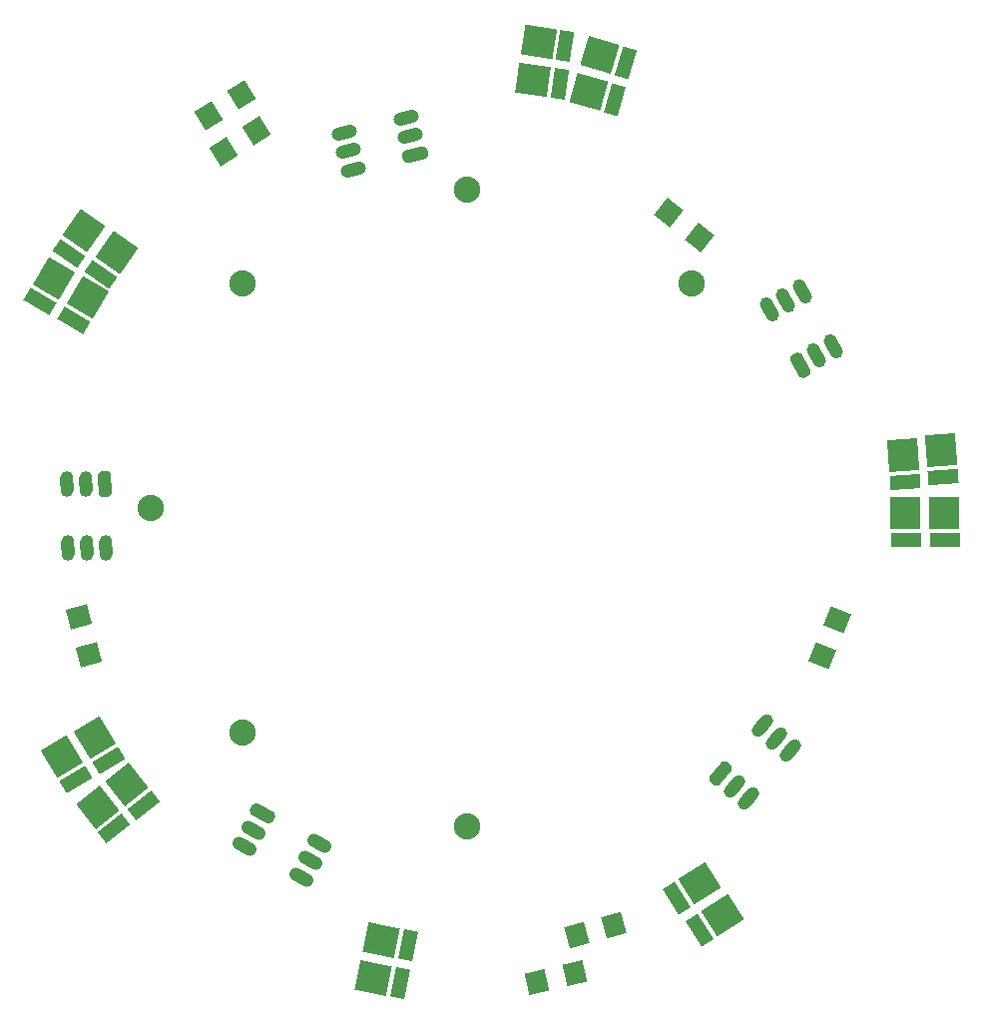
<source format=gts>
G04*
G04 #@! TF.GenerationSoftware,Altium Limited,Altium Designer,21.0.9 (235)*
G04*
G04 Layer_Color=8388736*
%FSTAX24Y24*%
%MOIN*%
G70*
G04*
G04 #@! TF.SameCoordinates,5F115E56-97AE-4741-9C3E-E3F8848F1E5A*
G04*
G04*
G04 #@! TF.FilePolarity,Negative*
G04*
G01*
G75*
G04:AMPARAMS|DCode=67|XSize=68mil|YSize=73mil|CornerRadius=0mil|HoleSize=0mil|Usage=FLASHONLY|Rotation=195.575|XOffset=0mil|YOffset=0mil|HoleType=Round|Shape=Rectangle|*
%AMROTATEDRECTD67*
4,1,4,0.0230,0.0443,0.0426,-0.0260,-0.0230,-0.0443,-0.0426,0.0260,0.0230,0.0443,0.0*
%
%ADD67ROTATEDRECTD67*%

G04:AMPARAMS|DCode=68|XSize=68mil|YSize=73mil|CornerRadius=0mil|HoleSize=0mil|Usage=FLASHONLY|Rotation=193.000|XOffset=0mil|YOffset=0mil|HoleType=Round|Shape=Rectangle|*
%AMROTATEDRECTD68*
4,1,4,0.0249,0.0432,0.0413,-0.0279,-0.0249,-0.0432,-0.0413,0.0279,0.0249,0.0432,0.0*
%
%ADD68ROTATEDRECTD68*%

G04:AMPARAMS|DCode=69|XSize=86.7mil|YSize=43.4mil|CornerRadius=0mil|HoleSize=0mil|Usage=FLASHONLY|Rotation=331.572|XOffset=0mil|YOffset=0mil|HoleType=Round|Shape=Octagon|*
%AMOCTAGOND69*
4,1,8,0.0330,-0.0302,0.0433,-0.0111,0.0389,0.0036,-0.0183,0.0346,-0.0330,0.0302,-0.0433,0.0111,-0.0389,-0.0036,0.0183,-0.0346,0.0330,-0.0302,0.0*
%
%ADD69OCTAGOND69*%

G04:AMPARAMS|DCode=70|XSize=86.7mil|YSize=43.4mil|CornerRadius=0mil|HoleSize=0mil|Usage=FLASHONLY|Rotation=331.572|XOffset=0mil|YOffset=0mil|HoleType=Round|Shape=Round|*
%AMOVALD70*
21,1,0.0433,0.0434,0.0000,0.0000,331.6*
1,1,0.0434,-0.0190,0.0103*
1,1,0.0434,0.0190,-0.0103*
%
%ADD70OVALD70*%

G04:AMPARAMS|DCode=71|XSize=106.4mil|YSize=100.5mil|CornerRadius=0mil|HoleSize=0mil|Usage=FLASHONLY|Rotation=168.500|XOffset=0mil|YOffset=0mil|HoleType=Round|Shape=Rectangle|*
%AMROTATEDRECTD71*
4,1,4,0.0622,0.0386,0.0421,-0.0599,-0.0622,-0.0386,-0.0421,0.0599,0.0622,0.0386,0.0*
%
%ADD71ROTATEDRECTD71*%

G04:AMPARAMS|DCode=72|XSize=100.5mil|YSize=47.4mil|CornerRadius=0mil|HoleSize=0mil|Usage=FLASHONLY|Rotation=78.500|XOffset=0mil|YOffset=0mil|HoleType=Round|Shape=Rectangle|*
%AMROTATEDRECTD72*
4,1,4,0.0132,-0.0540,-0.0332,-0.0445,-0.0132,0.0540,0.0332,0.0445,0.0132,-0.0540,0.0*
%
%ADD72ROTATEDRECTD72*%

G04:AMPARAMS|DCode=73|XSize=106.4mil|YSize=100.5mil|CornerRadius=0mil|HoleSize=0mil|Usage=FLASHONLY|Rotation=168.500|XOffset=0mil|YOffset=0mil|HoleType=Round|Shape=Rectangle|*
%AMROTATEDRECTD73*
4,1,4,0.0622,0.0386,0.0421,-0.0599,-0.0622,-0.0386,-0.0421,0.0599,0.0622,0.0386,0.0*
%
%ADD73ROTATEDRECTD73*%

G04:AMPARAMS|DCode=74|XSize=100.5mil|YSize=47.4mil|CornerRadius=0mil|HoleSize=0mil|Usage=FLASHONLY|Rotation=78.500|XOffset=0mil|YOffset=0mil|HoleType=Round|Shape=Rectangle|*
%AMROTATEDRECTD74*
4,1,4,0.0132,-0.0540,-0.0332,-0.0445,-0.0132,0.0540,0.0332,0.0445,0.0132,-0.0540,0.0*
%
%ADD74ROTATEDRECTD74*%

G04:AMPARAMS|DCode=75|XSize=106.4mil|YSize=100.5mil|CornerRadius=0mil|HoleSize=0mil|Usage=FLASHONLY|Rotation=55.099|XOffset=0mil|YOffset=0mil|HoleType=Round|Shape=Rectangle|*
%AMROTATEDRECTD75*
4,1,4,0.0108,-0.0724,-0.0717,-0.0149,-0.0108,0.0724,0.0717,0.0149,0.0108,-0.0724,0.0*
%
%ADD75ROTATEDRECTD75*%

G04:AMPARAMS|DCode=76|XSize=100.5mil|YSize=47.4mil|CornerRadius=0mil|HoleSize=0mil|Usage=FLASHONLY|Rotation=325.099|XOffset=0mil|YOffset=0mil|HoleType=Round|Shape=Rectangle|*
%AMROTATEDRECTD76*
4,1,4,-0.0548,0.0093,-0.0277,0.0482,0.0548,-0.0093,0.0277,-0.0482,-0.0548,0.0093,0.0*
%
%ADD76ROTATEDRECTD76*%

G04:AMPARAMS|DCode=77|XSize=106.4mil|YSize=100.5mil|CornerRadius=0mil|HoleSize=0mil|Usage=FLASHONLY|Rotation=55.139|XOffset=0mil|YOffset=0mil|HoleType=Round|Shape=Rectangle|*
%AMROTATEDRECTD77*
4,1,4,0.0108,-0.0724,-0.0717,-0.0149,-0.0108,0.0724,0.0717,0.0149,0.0108,-0.0724,0.0*
%
%ADD77ROTATEDRECTD77*%

G04:AMPARAMS|DCode=78|XSize=100.5mil|YSize=47.4mil|CornerRadius=0mil|HoleSize=0mil|Usage=FLASHONLY|Rotation=325.139|XOffset=0mil|YOffset=0mil|HoleType=Round|Shape=Rectangle|*
%AMROTATEDRECTD78*
4,1,4,-0.0548,0.0093,-0.0277,0.0482,0.0548,-0.0093,0.0277,-0.0482,-0.0548,0.0093,0.0*
%
%ADD78ROTATEDRECTD78*%

G04:AMPARAMS|DCode=79|XSize=106.4mil|YSize=100.5mil|CornerRadius=0mil|HoleSize=0mil|Usage=FLASHONLY|Rotation=171.031|XOffset=0mil|YOffset=0mil|HoleType=Round|Shape=Rectangle|*
%AMROTATEDRECTD79*
4,1,4,0.0604,0.0413,0.0447,-0.0579,-0.0604,-0.0413,-0.0447,0.0579,0.0604,0.0413,0.0*
%
%ADD79ROTATEDRECTD79*%

G04:AMPARAMS|DCode=80|XSize=100.5mil|YSize=47.4mil|CornerRadius=0mil|HoleSize=0mil|Usage=FLASHONLY|Rotation=81.031|XOffset=0mil|YOffset=0mil|HoleType=Round|Shape=Rectangle|*
%AMROTATEDRECTD80*
4,1,4,0.0156,-0.0533,-0.0312,-0.0460,-0.0156,0.0533,0.0312,0.0460,0.0156,-0.0533,0.0*
%
%ADD80ROTATEDRECTD80*%

G04:AMPARAMS|DCode=81|XSize=106.4mil|YSize=100.5mil|CornerRadius=0mil|HoleSize=0mil|Usage=FLASHONLY|Rotation=163.543|XOffset=0mil|YOffset=0mil|HoleType=Round|Shape=Rectangle|*
%AMROTATEDRECTD81*
4,1,4,0.0653,0.0331,0.0368,-0.0633,-0.0653,-0.0331,-0.0368,0.0633,0.0653,0.0331,0.0*
%
%ADD81ROTATEDRECTD81*%

G04:AMPARAMS|DCode=82|XSize=100.5mil|YSize=47.4mil|CornerRadius=0mil|HoleSize=0mil|Usage=FLASHONLY|Rotation=73.543|XOffset=0mil|YOffset=0mil|HoleType=Round|Shape=Rectangle|*
%AMROTATEDRECTD82*
4,1,4,0.0085,-0.0549,-0.0370,-0.0415,-0.0085,0.0549,0.0370,0.0415,0.0085,-0.0549,0.0*
%
%ADD82ROTATEDRECTD82*%

G04:AMPARAMS|DCode=83|XSize=106.4mil|YSize=100.5mil|CornerRadius=0mil|HoleSize=0mil|Usage=FLASHONLY|Rotation=164.469|XOffset=0mil|YOffset=0mil|HoleType=Round|Shape=Rectangle|*
%AMROTATEDRECTD83*
4,1,4,0.0647,0.0342,0.0378,-0.0627,-0.0647,-0.0342,-0.0378,0.0627,0.0647,0.0342,0.0*
%
%ADD83ROTATEDRECTD83*%

G04:AMPARAMS|DCode=84|XSize=100.5mil|YSize=47.4mil|CornerRadius=0mil|HoleSize=0mil|Usage=FLASHONLY|Rotation=74.469|XOffset=0mil|YOffset=0mil|HoleType=Round|Shape=Rectangle|*
%AMROTATEDRECTD84*
4,1,4,0.0094,-0.0548,-0.0363,-0.0421,-0.0094,0.0548,0.0363,0.0421,0.0094,-0.0548,0.0*
%
%ADD84ROTATEDRECTD84*%

G04:AMPARAMS|DCode=85|XSize=106.4mil|YSize=100.5mil|CornerRadius=0mil|HoleSize=0mil|Usage=FLASHONLY|Rotation=171.969|XOffset=0mil|YOffset=0mil|HoleType=Round|Shape=Rectangle|*
%AMROTATEDRECTD85*
4,1,4,0.0597,0.0423,0.0457,-0.0572,-0.0597,-0.0423,-0.0457,0.0572,0.0597,0.0423,0.0*
%
%ADD85ROTATEDRECTD85*%

G04:AMPARAMS|DCode=86|XSize=100.5mil|YSize=47.4mil|CornerRadius=0mil|HoleSize=0mil|Usage=FLASHONLY|Rotation=81.969|XOffset=0mil|YOffset=0mil|HoleType=Round|Shape=Rectangle|*
%AMROTATEDRECTD86*
4,1,4,0.0164,-0.0531,-0.0305,-0.0465,-0.0164,0.0531,0.0305,0.0465,0.0164,-0.0531,0.0*
%
%ADD86ROTATEDRECTD86*%

G04:AMPARAMS|DCode=87|XSize=106.4mil|YSize=100.5mil|CornerRadius=0mil|HoleSize=0mil|Usage=FLASHONLY|Rotation=128.500|XOffset=0mil|YOffset=0mil|HoleType=Round|Shape=Rectangle|*
%AMROTATEDRECTD87*
4,1,4,0.0725,-0.0104,-0.0062,-0.0729,-0.0725,0.0104,0.0062,0.0729,0.0725,-0.0104,0.0*
%
%ADD87ROTATEDRECTD87*%

G04:AMPARAMS|DCode=88|XSize=100.5mil|YSize=47.4mil|CornerRadius=0mil|HoleSize=0mil|Usage=FLASHONLY|Rotation=38.500|XOffset=0mil|YOffset=0mil|HoleType=Round|Shape=Rectangle|*
%AMROTATEDRECTD88*
4,1,4,-0.0246,-0.0498,-0.0541,-0.0128,0.0246,0.0498,0.0541,0.0128,-0.0246,-0.0498,0.0*
%
%ADD88ROTATEDRECTD88*%

G04:AMPARAMS|DCode=89|XSize=86.7mil|YSize=43.4mil|CornerRadius=0mil|HoleSize=0mil|Usage=FLASHONLY|Rotation=270.500|XOffset=0mil|YOffset=0mil|HoleType=Round|Shape=Round|*
%AMOVALD89*
21,1,0.0433,0.0434,0.0000,0.0000,270.5*
1,1,0.0434,-0.0002,0.0217*
1,1,0.0434,0.0002,-0.0217*
%
%ADD89OVALD89*%

G04:AMPARAMS|DCode=90|XSize=86.7mil|YSize=43.4mil|CornerRadius=0mil|HoleSize=0mil|Usage=FLASHONLY|Rotation=270.500|XOffset=0mil|YOffset=0mil|HoleType=Round|Shape=Octagon|*
%AMOCTAGOND90*
4,1,8,-0.0105,-0.0435,0.0112,-0.0433,0.0220,-0.0323,0.0214,0.0327,0.0105,0.0435,-0.0112,0.0433,-0.0220,0.0323,-0.0214,-0.0327,-0.0105,-0.0435,0.0*
%
%ADD90OCTAGOND90*%

G04:AMPARAMS|DCode=91|XSize=86.7mil|YSize=43.4mil|CornerRadius=0mil|HoleSize=0mil|Usage=FLASHONLY|Rotation=49.018|XOffset=0mil|YOffset=0mil|HoleType=Round|Shape=Round|*
%AMOVALD91*
21,1,0.0433,0.0434,0.0000,0.0000,49.0*
1,1,0.0434,-0.0142,-0.0163*
1,1,0.0434,0.0142,0.0163*
%
%ADD91OVALD91*%

G04:AMPARAMS|DCode=92|XSize=86.7mil|YSize=43.4mil|CornerRadius=0mil|HoleSize=0mil|Usage=FLASHONLY|Rotation=49.018|XOffset=0mil|YOffset=0mil|HoleType=Round|Shape=Octagon|*
%AMOCTAGOND92*
4,1,8,0.0366,0.0256,0.0202,0.0399,0.0049,0.0388,-0.0377,-0.0103,-0.0366,-0.0256,-0.0202,-0.0399,-0.0049,-0.0388,0.0377,0.0103,0.0366,0.0256,0.0*
%
%ADD92OCTAGOND92*%

G04:AMPARAMS|DCode=93|XSize=86.7mil|YSize=43.4mil|CornerRadius=0mil|HoleSize=0mil|Usage=FLASHONLY|Rotation=119.000|XOffset=0mil|YOffset=0mil|HoleType=Round|Shape=Round|*
%AMOVALD93*
21,1,0.0433,0.0434,0.0000,0.0000,119.0*
1,1,0.0434,0.0105,-0.0189*
1,1,0.0434,-0.0105,0.0189*
%
%ADD93OVALD93*%

G04:AMPARAMS|DCode=94|XSize=86.7mil|YSize=43.4mil|CornerRadius=0mil|HoleSize=0mil|Usage=FLASHONLY|Rotation=119.000|XOffset=0mil|YOffset=0mil|HoleType=Round|Shape=Octagon|*
%AMOCTAGOND94*
4,1,8,-0.0115,0.0432,-0.0305,0.0327,-0.0348,0.0179,-0.0032,-0.0390,0.0115,-0.0432,0.0305,-0.0327,0.0348,-0.0179,0.0032,0.0390,-0.0115,0.0432,0.0*
%
%ADD94OCTAGOND94*%

G04:AMPARAMS|DCode=95|XSize=86.7mil|YSize=43.4mil|CornerRadius=0mil|HoleSize=0mil|Usage=FLASHONLY|Rotation=193.444|XOffset=0mil|YOffset=0mil|HoleType=Round|Shape=Round|*
%AMOVALD95*
21,1,0.0433,0.0434,0.0000,0.0000,193.4*
1,1,0.0434,0.0211,0.0050*
1,1,0.0434,-0.0211,-0.0050*
%
%ADD95OVALD95*%

G04:AMPARAMS|DCode=96|XSize=86.7mil|YSize=43.4mil|CornerRadius=0mil|HoleSize=0mil|Usage=FLASHONLY|Rotation=193.444|XOffset=0mil|YOffset=0mil|HoleType=Round|Shape=Octagon|*
%AMOCTAGOND96*
4,1,8,-0.0447,0.0005,-0.0397,-0.0206,-0.0266,-0.0287,0.0367,-0.0136,0.0447,-0.0005,0.0397,0.0206,0.0266,0.0287,-0.0367,0.0136,-0.0447,0.0005,0.0*
%
%ADD96OCTAGOND96*%

G04:AMPARAMS|DCode=97|XSize=68mil|YSize=73mil|CornerRadius=0mil|HoleSize=0mil|Usage=FLASHONLY|Rotation=285.000|XOffset=0mil|YOffset=0mil|HoleType=Round|Shape=Rectangle|*
%AMROTATEDRECTD97*
4,1,4,-0.0441,0.0234,0.0265,0.0423,0.0441,-0.0234,-0.0265,-0.0423,-0.0441,0.0234,0.0*
%
%ADD97ROTATEDRECTD97*%

G04:AMPARAMS|DCode=98|XSize=68mil|YSize=73mil|CornerRadius=0mil|HoleSize=0mil|Usage=FLASHONLY|Rotation=68.000|XOffset=0mil|YOffset=0mil|HoleType=Round|Shape=Rectangle|*
%AMROTATEDRECTD98*
4,1,4,0.0211,-0.0452,-0.0466,-0.0179,-0.0211,0.0452,0.0466,0.0179,0.0211,-0.0452,0.0*
%
%ADD98ROTATEDRECTD98*%

G04:AMPARAMS|DCode=99|XSize=68mil|YSize=73mil|CornerRadius=0mil|HoleSize=0mil|Usage=FLASHONLY|Rotation=141.810|XOffset=0mil|YOffset=0mil|HoleType=Round|Shape=Rectangle|*
%AMROTATEDRECTD99*
4,1,4,0.0493,0.0077,0.0042,-0.0497,-0.0493,-0.0077,-0.0042,0.0497,0.0493,0.0077,0.0*
%
%ADD99ROTATEDRECTD99*%

G04:AMPARAMS|DCode=100|XSize=106.4mil|YSize=100.5mil|CornerRadius=0mil|HoleSize=0mil|Usage=FLASHONLY|Rotation=59.385|XOffset=0mil|YOffset=0mil|HoleType=Round|Shape=Rectangle|*
%AMROTATEDRECTD100*
4,1,4,0.0162,-0.0714,-0.0704,-0.0202,-0.0162,0.0714,0.0704,0.0202,0.0162,-0.0714,0.0*
%
%ADD100ROTATEDRECTD100*%

G04:AMPARAMS|DCode=101|XSize=100.5mil|YSize=47.4mil|CornerRadius=0mil|HoleSize=0mil|Usage=FLASHONLY|Rotation=329.385|XOffset=0mil|YOffset=0mil|HoleType=Round|Shape=Rectangle|*
%AMROTATEDRECTD101*
4,1,4,-0.0553,0.0052,-0.0312,0.0460,0.0553,-0.0052,0.0312,-0.0460,-0.0553,0.0052,0.0*
%
%ADD101ROTATEDRECTD101*%

G04:AMPARAMS|DCode=102|XSize=106.4mil|YSize=100.5mil|CornerRadius=0mil|HoleSize=0mil|Usage=FLASHONLY|Rotation=121.000|XOffset=0mil|YOffset=0mil|HoleType=Round|Shape=Rectangle|*
%AMROTATEDRECTD102*
4,1,4,0.0705,-0.0197,-0.0157,-0.0715,-0.0705,0.0197,0.0157,0.0715,0.0705,-0.0197,0.0*
%
%ADD102ROTATEDRECTD102*%

G04:AMPARAMS|DCode=103|XSize=100.5mil|YSize=47.4mil|CornerRadius=0mil|HoleSize=0mil|Usage=FLASHONLY|Rotation=31.000|XOffset=0mil|YOffset=0mil|HoleType=Round|Shape=Rectangle|*
%AMROTATEDRECTD103*
4,1,4,-0.0309,-0.0462,-0.0553,-0.0056,0.0309,0.0462,0.0553,0.0056,-0.0309,-0.0462,0.0*
%
%ADD103ROTATEDRECTD103*%

G04:AMPARAMS|DCode=104|XSize=68mil|YSize=73mil|CornerRadius=0mil|HoleSize=0mil|Usage=FLASHONLY|Rotation=212.241|XOffset=0mil|YOffset=0mil|HoleType=Round|Shape=Rectangle|*
%AMROTATEDRECTD104*
4,1,4,0.0093,0.0490,0.0482,-0.0127,-0.0093,-0.0490,-0.0482,0.0127,0.0093,0.0490,0.0*
%
%ADD104ROTATEDRECTD104*%

G04:AMPARAMS|DCode=105|XSize=106.4mil|YSize=100.5mil|CornerRadius=0mil|HoleSize=0mil|Usage=FLASHONLY|Rotation=93.854|XOffset=0mil|YOffset=0mil|HoleType=Round|Shape=Rectangle|*
%AMROTATEDRECTD105*
4,1,4,0.0537,-0.0497,-0.0466,-0.0565,-0.0537,0.0497,0.0466,0.0565,0.0537,-0.0497,0.0*
%
%ADD105ROTATEDRECTD105*%

G04:AMPARAMS|DCode=106|XSize=100.5mil|YSize=47.4mil|CornerRadius=0mil|HoleSize=0mil|Usage=FLASHONLY|Rotation=3.854|XOffset=0mil|YOffset=0mil|HoleType=Round|Shape=Rectangle|*
%AMROTATEDRECTD106*
4,1,4,-0.0486,-0.0270,-0.0517,0.0203,0.0486,0.0270,0.0517,-0.0203,-0.0486,-0.0270,0.0*
%
%ADD106ROTATEDRECTD106*%

G04:AMPARAMS|DCode=107|XSize=106.4mil|YSize=100.5mil|CornerRadius=0mil|HoleSize=0mil|Usage=FLASHONLY|Rotation=90.956|XOffset=0mil|YOffset=0mil|HoleType=Round|Shape=Rectangle|*
%AMROTATEDRECTD107*
4,1,4,0.0511,-0.0524,-0.0494,-0.0540,-0.0511,0.0524,0.0494,0.0540,0.0511,-0.0524,0.0*
%
%ADD107ROTATEDRECTD107*%

G04:AMPARAMS|DCode=108|XSize=100.5mil|YSize=47.4mil|CornerRadius=0mil|HoleSize=0mil|Usage=FLASHONLY|Rotation=0.956|XOffset=0mil|YOffset=0mil|HoleType=Round|Shape=Rectangle|*
%AMROTATEDRECTD108*
4,1,4,-0.0499,-0.0245,-0.0506,0.0228,0.0499,0.0245,0.0506,-0.0228,-0.0499,-0.0245,0.0*
%
%ADD108ROTATEDRECTD108*%

G04:AMPARAMS|DCode=109|XSize=106.4mil|YSize=100.5mil|CornerRadius=0mil|HoleSize=0mil|Usage=FLASHONLY|Rotation=32.085|XOffset=0mil|YOffset=0mil|HoleType=Round|Shape=Rectangle|*
%AMROTATEDRECTD109*
4,1,4,-0.0184,-0.0708,-0.0718,0.0143,0.0184,0.0708,0.0718,-0.0143,-0.0184,-0.0708,0.0*
%
%ADD109ROTATEDRECTD109*%

G04:AMPARAMS|DCode=110|XSize=100.5mil|YSize=47.4mil|CornerRadius=0mil|HoleSize=0mil|Usage=FLASHONLY|Rotation=302.085|XOffset=0mil|YOffset=0mil|HoleType=Round|Shape=Rectangle|*
%AMROTATEDRECTD110*
4,1,4,-0.0468,0.0300,-0.0066,0.0552,0.0468,-0.0300,0.0066,-0.0552,-0.0468,0.0300,0.0*
%
%ADD110ROTATEDRECTD110*%

G04:AMPARAMS|DCode=111|XSize=106.4mil|YSize=100.5mil|CornerRadius=0mil|HoleSize=0mil|Usage=FLASHONLY|Rotation=59.482|XOffset=0mil|YOffset=0mil|HoleType=Round|Shape=Rectangle|*
%AMROTATEDRECTD111*
4,1,4,0.0163,-0.0714,-0.0703,-0.0203,-0.0163,0.0714,0.0703,0.0203,0.0163,-0.0714,0.0*
%
%ADD111ROTATEDRECTD111*%

G04:AMPARAMS|DCode=112|XSize=100.5mil|YSize=47.4mil|CornerRadius=0mil|HoleSize=0mil|Usage=FLASHONLY|Rotation=329.482|XOffset=0mil|YOffset=0mil|HoleType=Round|Shape=Rectangle|*
%AMROTATEDRECTD112*
4,1,4,-0.0553,0.0051,-0.0313,0.0459,0.0553,-0.0051,0.0313,-0.0459,-0.0553,0.0051,0.0*
%
%ADD112ROTATEDRECTD112*%

G04:AMPARAMS|DCode=113|XSize=68mil|YSize=73mil|CornerRadius=0mil|HoleSize=0mil|Usage=FLASHONLY|Rotation=211.557|XOffset=0mil|YOffset=0mil|HoleType=Round|Shape=Rectangle|*
%AMROTATEDRECTD113*
4,1,4,0.0099,0.0489,0.0481,-0.0133,-0.0099,-0.0489,-0.0481,0.0133,0.0099,0.0489,0.0*
%
%ADD113ROTATEDRECTD113*%

G04:AMPARAMS|DCode=114|XSize=106.4mil|YSize=100.5mil|CornerRadius=0mil|HoleSize=0mil|Usage=FLASHONLY|Rotation=94.184|XOffset=0mil|YOffset=0mil|HoleType=Round|Shape=Rectangle|*
%AMROTATEDRECTD114*
4,1,4,0.0540,-0.0494,-0.0462,-0.0567,-0.0540,0.0494,0.0462,0.0567,0.0540,-0.0494,0.0*
%
%ADD114ROTATEDRECTD114*%

G04:AMPARAMS|DCode=115|XSize=100.5mil|YSize=47.4mil|CornerRadius=0mil|HoleSize=0mil|Usage=FLASHONLY|Rotation=4.184|XOffset=0mil|YOffset=0mil|HoleType=Round|Shape=Rectangle|*
%AMROTATEDRECTD115*
4,1,4,-0.0484,-0.0273,-0.0519,0.0200,0.0484,0.0273,0.0519,-0.0200,-0.0484,-0.0273,0.0*
%
%ADD115ROTATEDRECTD115*%

G04:AMPARAMS|DCode=116|XSize=106.4mil|YSize=100.5mil|CornerRadius=0mil|HoleSize=0mil|Usage=FLASHONLY|Rotation=90.822|XOffset=0mil|YOffset=0mil|HoleType=Round|Shape=Rectangle|*
%AMROTATEDRECTD116*
4,1,4,0.0510,-0.0525,-0.0495,-0.0539,-0.0510,0.0525,0.0495,0.0539,0.0510,-0.0525,0.0*
%
%ADD116ROTATEDRECTD116*%

G04:AMPARAMS|DCode=117|XSize=100.5mil|YSize=47.4mil|CornerRadius=0mil|HoleSize=0mil|Usage=FLASHONLY|Rotation=0.822|XOffset=0mil|YOffset=0mil|HoleType=Round|Shape=Rectangle|*
%AMROTATEDRECTD117*
4,1,4,-0.0499,-0.0244,-0.0506,0.0230,0.0499,0.0244,0.0506,-0.0230,-0.0499,-0.0244,0.0*
%
%ADD117ROTATEDRECTD117*%

G04:AMPARAMS|DCode=118|XSize=106.4mil|YSize=100.5mil|CornerRadius=0mil|HoleSize=0mil|Usage=FLASHONLY|Rotation=32.436|XOffset=0mil|YOffset=0mil|HoleType=Round|Shape=Rectangle|*
%AMROTATEDRECTD118*
4,1,4,-0.0180,-0.0710,-0.0719,0.0139,0.0180,0.0710,0.0719,-0.0139,-0.0180,-0.0710,0.0*
%
%ADD118ROTATEDRECTD118*%

G04:AMPARAMS|DCode=119|XSize=100.5mil|YSize=47.4mil|CornerRadius=0mil|HoleSize=0mil|Usage=FLASHONLY|Rotation=302.436|XOffset=0mil|YOffset=0mil|HoleType=Round|Shape=Rectangle|*
%AMROTATEDRECTD119*
4,1,4,-0.0469,0.0297,-0.0070,0.0551,0.0469,-0.0297,0.0070,-0.0551,-0.0469,0.0297,0.0*
%
%ADD119ROTATEDRECTD119*%

%ADD120C,0.0880*%
D67*
X043776Y016231D02*
D03*
X042523Y015882D02*
D03*
D68*
X042451Y014617D02*
D03*
X041185Y014325D02*
D03*
D69*
X032045Y019946D02*
D03*
D70*
X031745Y019392D02*
D03*
X031445Y018838D02*
D03*
X033914Y018934D02*
D03*
X033615Y01838D02*
D03*
X033315Y017826D02*
D03*
D71*
X035737Y014452D02*
D03*
D72*
X036624Y014272D02*
D03*
D73*
X035996Y015726D02*
D03*
D74*
X036883Y015545D02*
D03*
D75*
X027159Y038688D02*
D03*
D76*
X026641Y037946D02*
D03*
D77*
X026078Y039406D02*
D03*
D78*
X025561Y038663D02*
D03*
D79*
X041251Y045731D02*
D03*
D80*
X042145Y04559D02*
D03*
D81*
X043284Y045289D02*
D03*
D82*
X044153Y045033D02*
D03*
D83*
X042926Y04404D02*
D03*
D84*
X043798Y043798D02*
D03*
D85*
X041059Y044446D02*
D03*
D86*
X041956Y044319D02*
D03*
D87*
X026514Y020148D02*
D03*
X0275Y020932D02*
D03*
D88*
X027078Y019439D02*
D03*
X028063Y020223D02*
D03*
D89*
X025524Y02882D02*
D03*
X026154Y028826D02*
D03*
X026784Y028831D02*
D03*
X025505Y030946D02*
D03*
X026135Y030952D02*
D03*
D90*
X026765Y030957D02*
D03*
D91*
X04967Y022047D02*
D03*
X049194Y02246D02*
D03*
X048719Y022873D02*
D03*
X048276Y020442D02*
D03*
X0478Y020855D02*
D03*
D92*
X047325Y021268D02*
D03*
D93*
X050058Y0374D02*
D03*
X049507Y037095D02*
D03*
X048956Y036789D02*
D03*
X051088Y035541D02*
D03*
X050537Y035235D02*
D03*
D94*
X049987Y03493D02*
D03*
D95*
X03476Y042692D02*
D03*
X034907Y04208D02*
D03*
X035053Y041467D02*
D03*
X036828Y043187D02*
D03*
X036974Y042574D02*
D03*
D96*
X037121Y041961D02*
D03*
D97*
X026231Y025259D02*
D03*
X025894Y026515D02*
D03*
D98*
X051214Y026427D02*
D03*
X050727Y025222D02*
D03*
D99*
X045597Y040002D02*
D03*
X046619Y039199D02*
D03*
D100*
X026187Y037192D02*
D03*
D101*
X025726Y036413D02*
D03*
D102*
X026414Y022497D02*
D03*
X025334Y021849D02*
D03*
D103*
X02688Y021721D02*
D03*
X0258Y021072D02*
D03*
D104*
X030738Y042047D02*
D03*
X031838Y042741D02*
D03*
D105*
X05342Y031912D02*
D03*
D106*
X053481Y031008D02*
D03*
D107*
X053506Y03D02*
D03*
D108*
X053521Y029095D02*
D03*
D109*
X04664Y017613D02*
D03*
D110*
X045873Y017132D02*
D03*
D111*
X025057Y037832D02*
D03*
D112*
X024597Y037052D02*
D03*
D113*
X030222Y043263D02*
D03*
X031329Y043943D02*
D03*
D114*
X054708Y032081D02*
D03*
D115*
X054775Y031178D02*
D03*
D116*
X054806Y03D02*
D03*
D117*
X054819Y029095D02*
D03*
D118*
X047394Y01654D02*
D03*
D119*
X04663Y016054D02*
D03*
D120*
X03135Y02265D02*
D03*
X0283Y03015D02*
D03*
X03885Y01952D02*
D03*
X046366Y037666D02*
D03*
X03885Y04078D02*
D03*
X03135Y03765D02*
D03*
M02*

</source>
